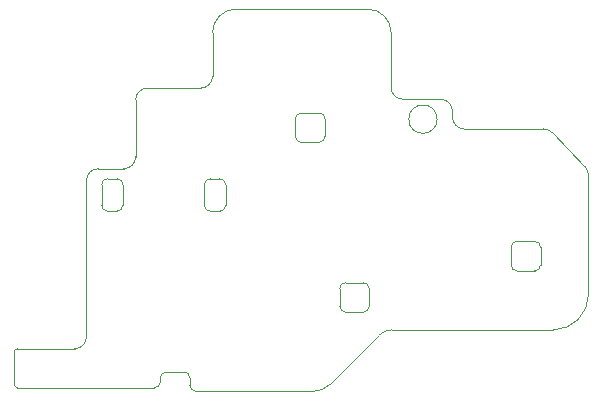
<source format=gbr>
%TF.GenerationSoftware,KiCad,Pcbnew,8.0.2*%
%TF.CreationDate,2024-08-31T13:36:28-07:00*%
%TF.ProjectId,GCU-ADU,4743552d-4144-4552-9e6b-696361645f70,rev?*%
%TF.SameCoordinates,Original*%
%TF.FileFunction,Profile,NP*%
%FSLAX46Y46*%
G04 Gerber Fmt 4.6, Leading zero omitted, Abs format (unit mm)*
G04 Created by KiCad (PCBNEW 8.0.2) date 2024-08-31 13:36:28*
%MOMM*%
%LPD*%
G01*
G04 APERTURE LIST*
%TA.AperFunction,Profile*%
%ADD10C,0.010000*%
%TD*%
G04 APERTURE END LIST*
D10*
X92074479Y-65530021D02*
X92074465Y-65530021D01*
X83374479Y-65530021D02*
X83374465Y-65530021D01*
X104024997Y-72076021D02*
X104024997Y-72075999D01*
X99782893Y-59704221D02*
X99782872Y-59704221D01*
X90848660Y-80785721D02*
X90848653Y-80785721D01*
X107926597Y-76081503D02*
X107926597Y-76081496D01*
X111774997Y-58235999D02*
G75*
G02*
X109374997Y-58235999I-1200000J0D01*
G01*
X109374997Y-58235999D02*
G75*
G02*
X111774997Y-58235999I1200000J0D01*
G01*
X93874465Y-65530021D02*
G75*
G02*
X93367397Y-66030041I-500168J100D01*
G01*
X93874465Y-63783626D02*
X93874465Y-65530021D01*
X93374497Y-63280039D02*
G75*
G02*
X93874466Y-63783626I0J-499982D01*
G01*
X92574465Y-63280039D02*
X93374497Y-63280039D01*
X92074465Y-63780021D02*
G75*
G02*
X92574465Y-63280089I499932J0D01*
G01*
X92074465Y-65530021D02*
X92074465Y-63780021D01*
X92574497Y-66030039D02*
G75*
G02*
X92074479Y-65530021I0J500018D01*
G01*
X93367397Y-66030039D02*
X92574497Y-66030039D01*
X83374465Y-63780021D02*
G75*
G02*
X83874465Y-63280089I499932J0D01*
G01*
X83374465Y-65530021D02*
X83374465Y-63780021D01*
X83874497Y-66030039D02*
G75*
G02*
X83374479Y-65530021I0J500018D01*
G01*
X84667397Y-66030039D02*
X83874497Y-66030039D01*
X85174465Y-65530021D02*
G75*
G02*
X84667397Y-66030041I-500168J100D01*
G01*
X85174465Y-63783626D02*
X85174465Y-65530021D01*
X84674497Y-63280039D02*
G75*
G02*
X85174466Y-63783626I0J-499982D01*
G01*
X83874465Y-63280039D02*
X84674497Y-63280039D01*
X120537957Y-70585621D02*
G75*
G02*
X120037957Y-71085581I-499960J0D01*
G01*
X118538097Y-71085601D02*
X120037957Y-71085601D01*
X118538097Y-71085601D02*
G75*
G02*
X118037958Y-70591845I0J500180D01*
G01*
X118037957Y-69085621D02*
X118037957Y-70591845D01*
X118037957Y-69085621D02*
G75*
G02*
X118533525Y-68585601I500040J0D01*
G01*
X120037997Y-68585601D02*
X118533525Y-68585601D01*
X120037997Y-68585601D02*
G75*
G02*
X120537917Y-69085601I0J-499920D01*
G01*
X120537957Y-70585621D02*
X120537957Y-69085601D01*
X101782897Y-57704225D02*
G75*
G02*
X102282872Y-58199639I0J-499996D01*
G01*
X102282872Y-59704221D02*
X102282872Y-58199639D01*
X102282872Y-59704221D02*
G75*
G02*
X101791163Y-60204224I-500175J100D01*
G01*
X100282897Y-60204225D02*
X101791163Y-60204225D01*
X100282897Y-60204225D02*
G75*
G02*
X99782893Y-59704221I0J500004D01*
G01*
X99782872Y-58204221D02*
X99782872Y-59704221D01*
X99782872Y-58204221D02*
G75*
G02*
X100277512Y-57704225I500025J0D01*
G01*
X101782897Y-57704225D02*
X100277512Y-57704225D01*
X106024997Y-74076021D02*
G75*
G02*
X105529687Y-74575999I-500000J0D01*
G01*
X104024997Y-74575999D02*
X105529687Y-74575999D01*
X104024997Y-74575999D02*
G75*
G02*
X103525019Y-74075999I0J499978D01*
G01*
X103524997Y-72576021D02*
X103524997Y-74075999D01*
X103524997Y-72576021D02*
G75*
G02*
X104024997Y-72076021I500000J0D01*
G01*
X105524997Y-72075999D02*
X104024997Y-72075999D01*
X105524997Y-72075999D02*
G75*
G02*
X106024998Y-72571439I0J-500022D01*
G01*
X106024997Y-74076021D02*
X106024997Y-72571439D01*
X82087010Y-76675841D02*
G75*
G02*
X81087010Y-77675794I-999953J0D01*
G01*
X77568740Y-77675799D02*
X81087010Y-77675799D01*
X76242980Y-77675799D02*
X77568740Y-77675799D01*
X75988740Y-77925921D02*
G75*
G02*
X76242980Y-77675797I250157J0D01*
G01*
X75988740Y-80722659D02*
X75988740Y-77925921D01*
X76238697Y-80975799D02*
G75*
G02*
X75988739Y-80722659I0J249978D01*
G01*
X77568740Y-80975799D02*
X76238697Y-80975799D01*
X87848653Y-80975799D02*
X77568740Y-80975799D01*
X88348653Y-80475821D02*
G75*
G02*
X87848653Y-80975777I-499956J0D01*
G01*
X88348653Y-80134121D02*
X88348653Y-80475821D01*
X88348653Y-80134121D02*
G75*
G02*
X88848653Y-79634177I499944J0D01*
G01*
X90348697Y-79634139D02*
X88848653Y-79634139D01*
X90348697Y-79634139D02*
G75*
G02*
X90848653Y-80129023I0J-499982D01*
G01*
X90848653Y-80785721D02*
X90848653Y-80129023D01*
X91348697Y-81285758D02*
G75*
G02*
X90848660Y-80785721I0J500037D01*
G01*
X101263116Y-81285758D02*
X91348697Y-81285758D01*
X102686824Y-80699948D02*
G75*
G02*
X101263116Y-81285730I-1414327J1414427D01*
G01*
X106865924Y-76520848D02*
X102686824Y-80699948D01*
X106865924Y-76520848D02*
G75*
G02*
X107926597Y-76081503I1060673J-1060673D01*
G01*
X121591397Y-76081496D02*
X107926597Y-76081496D01*
X124591331Y-73081561D02*
G75*
G02*
X121591397Y-76081495I-2999934J0D01*
G01*
X124591331Y-62977865D02*
X124591331Y-73081561D01*
X124309198Y-62272708D02*
G75*
G02*
X124591318Y-62977865I-718101J-696313D01*
G01*
X121490696Y-59366811D02*
X124309198Y-62272708D01*
X120768897Y-59058947D02*
G75*
G02*
X121490718Y-59366790I0J-1000174D01*
G01*
X114076097Y-59058947D02*
X120768897Y-59058947D01*
X114076097Y-59058947D02*
G75*
G02*
X113076078Y-58062662I0J1000026D01*
G01*
X113076078Y-57559620D02*
X113076078Y-58062662D01*
X112076097Y-56555631D02*
G75*
G02*
X113076079Y-57559620I0J-999990D01*
G01*
X108884997Y-56555631D02*
X112076097Y-56555631D01*
X108884997Y-56555631D02*
G75*
G02*
X107884987Y-55555621I0J1000010D01*
G01*
X107884991Y-50913921D02*
X107884991Y-55555621D01*
X105884997Y-48913930D02*
G75*
G02*
X107884988Y-50913921I0J-1999991D01*
G01*
X94767180Y-48913930D02*
X105884997Y-48913930D01*
X92759692Y-50913921D02*
G75*
G02*
X94767180Y-48913930I2000005J0D01*
G01*
X92759692Y-54607021D02*
X92759692Y-50913921D01*
X92759692Y-54607021D02*
G75*
G02*
X91763939Y-55607007I-999995J0D01*
G01*
X87255996Y-55607006D02*
X91763939Y-55607006D01*
X86251070Y-56607021D02*
G75*
G02*
X87255996Y-55607006I1000027J0D01*
G01*
X86251070Y-61430221D02*
X86251070Y-56607021D01*
X86251070Y-61430221D02*
G75*
G02*
X85251070Y-62430194I-999973J0D01*
G01*
X83087010Y-62430210D02*
X85251070Y-62430210D01*
X82087010Y-63430221D02*
G75*
G02*
X83087010Y-62430234I999987J0D01*
G01*
X82087010Y-76675841D02*
X82087010Y-63430221D01*
M02*

</source>
